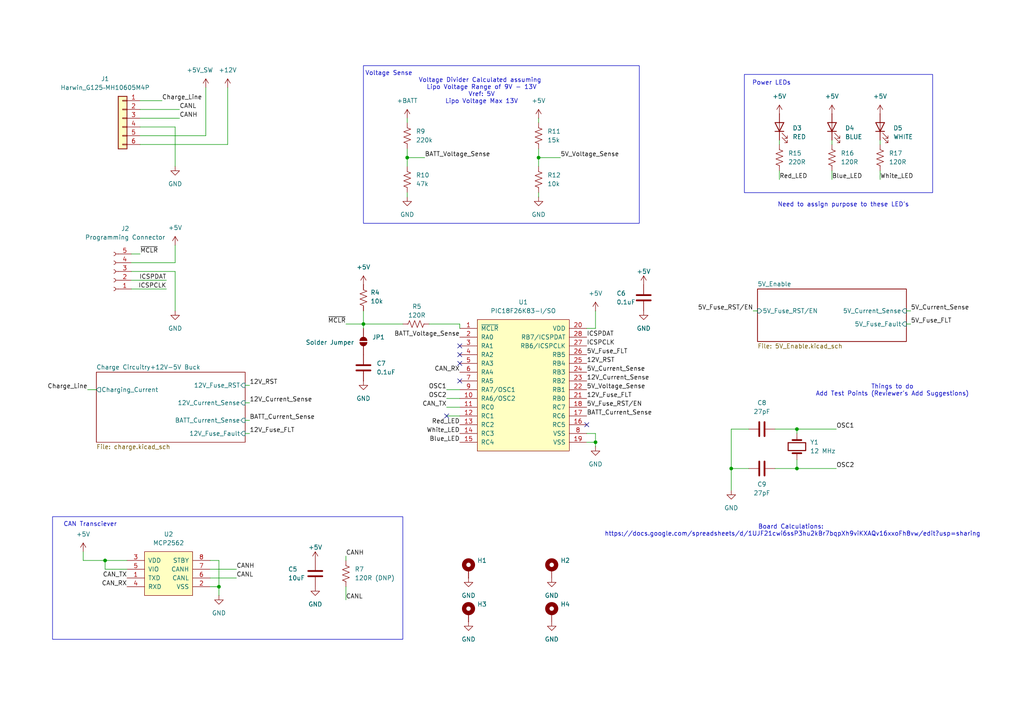
<source format=kicad_sch>
(kicad_sch (version 20231120) (generator "eeschema") (generator_version "8.0")
  (paper "A4")
  (title_block (title "Rocket Power Board") (date "2024-11-25") (rev "1") (company "Waterloo Rocketry") (comment 1 "Pranav Mahabal"))
  (lib_symbols
    (symbol "Connector:Conn_01x05_Socket" (pin_names (offset 1.016) hide)
      (property "Reference" "J" (at 0 7.62 0))
      (property "Value" "Conn_01x05_Socket" (at 0 -7.62 0))
      (symbol "Conn_01x05_Socket_1_1"
        (arc (start 0 -4.572) (mid -0.5058 -5.08) (end 0 -5.588) (stroke (width 0.1524)))
        (arc (start 0 -2.032) (mid -0.5058 -2.54) (end 0 -3.048) (stroke (width 0.1524)))
        (polyline (pts (xy -1.27 -5.08) (xy -0.508 -5.08)) (stroke (width 0.1524)))
        (polyline (pts (xy -1.27 -2.54) (xy -0.508 -2.54)) (stroke (width 0.1524)))
        (polyline (pts (xy -1.27 0) (xy -0.508 0)) (stroke (width 0.1524)))
        (polyline (pts (xy -1.27 2.54) (xy -0.508 2.54)) (stroke (width 0.1524)))
        (polyline (pts (xy -1.27 5.08) (xy -0.508 5.08)) (stroke (width 0.1524)))
        (arc (start 0 0.508) (mid -0.5058 0) (end 0 -0.508) (stroke (width 0.1524)))
        (arc (start 0 3.048) (mid -0.5058 2.54) (end 0 2.032) (stroke (width 0.1524)))
        (arc (start 0 5.588) (mid -0.5058 5.08) (end 0 4.572) (stroke (width 0.1524)))
        (pin passive line (at -5.08 5.08 0) (length 3.81) (name "Pin_1") (number "1"))
        (pin passive line (at -5.08 2.54 0) (length 3.81) (name "Pin_2") (number "2"))
        (pin passive line (at -5.08 0 0) (length 3.81) (name "Pin_3") (number "3"))
        (pin passive line (at -5.08 -2.54 0) (length 3.81) (name "Pin_4") (number "4"))
        (pin passive line (at -5.08 -5.08 0) (length 3.81) (name "Pin_5") (number "5"))
      )
    )
    (symbol "Connector_Generic:Conn_01x06" (pin_names (offset 1.016) hide)
      (property "Reference" "J" (at 0 7.62 0))
      (property "Value" "Conn_01x06" (at 0 -10.16 0))
      (symbol "Conn_01x06_1_1"
        (rectangle (start -1.27 -7.493) (end 0 -7.747) (stroke (width 0.1524)))
        (rectangle (start -1.27 -4.953) (end 0 -5.207) (stroke (width 0.1524)))
        (rectangle (start -1.27 -2.413) (end 0 -2.667) (stroke (width 0.1524)))
        (rectangle (start -1.27 0.127) (end 0 -0.127) (stroke (width 0.1524)))
        (rectangle (start -1.27 2.667) (end 0 2.413) (stroke (width 0.1524)))
        (rectangle (start -1.27 5.207) (end 0 4.953) (stroke (width 0.1524)))
        (rectangle (start -1.27 6.35) (end 1.27 -8.89) (stroke (width 0.254)) (fill (type background)))
        (pin passive line (at -5.08 5.08 0) (length 3.81) (name "Pin_1") (number "1"))
        (pin passive line (at -5.08 2.54 0) (length 3.81) (name "Pin_2") (number "2"))
        (pin passive line (at -5.08 0 0) (length 3.81) (name "Pin_3") (number "3"))
        (pin passive line (at -5.08 -2.54 0) (length 3.81) (name "Pin_4") (number "4"))
        (pin passive line (at -5.08 -5.08 0) (length 3.81) (name "Pin_5") (number "5"))
        (pin passive line (at -5.08 -7.62 0) (length 3.81) (name "Pin_6") (number "6"))
      )
    )
    (symbol "Device:C" (pin_numbers hide) (pin_names (offset 0.254))
      (property "Reference" "C" (at 0.635 2.54 0))
      (property "Value" "C" (at 0.635 -2.54 0))
      (symbol "C_0_1"
        (polyline (pts (xy -2.032 -0.762) (xy 2.032 -0.762)) (stroke (width 0.508)))
        (polyline (pts (xy -2.032 0.762) (xy 2.032 0.762)) (stroke (width 0.508)))
      )
      (symbol "C_1_1"
        (pin passive line (at 0 3.81 270) (length 2.794) (name "~") (number "1"))
        (pin passive line (at 0 -3.81 90) (length 2.794) (name "~") (number "2"))
      )
    )
    (symbol "Device:Crystal" (pin_numbers hide) (pin_names (offset 1.016) hide)
      (property "Reference" "Y" (at 0 3.81 0))
      (property "Value" "Crystal" (at 0 -3.81 0))
      (symbol "Crystal_0_1"
        (rectangle (start -1.143 2.54) (end 1.143 -2.54) (stroke (width 0.3048)))
        (polyline (pts (xy -2.54 0) (xy -1.905 0)))
        (polyline (pts (xy -1.905 -1.27) (xy -1.905 1.27)) (stroke (width 0.508)))
        (polyline (pts (xy 1.905 -1.27) (xy 1.905 1.27)) (stroke (width 0.508)))
        (polyline (pts (xy 2.54 0) (xy 1.905 0)))
      )
      (symbol "Crystal_1_1"
        (pin passive line (at -3.81 0 0) (length 1.27) (name "1") (number "1"))
        (pin passive line (at 3.81 0 180) (length 1.27) (name "2") (number "2"))
      )
    )
    (symbol "Device:LED" (pin_numbers hide) (pin_names (offset 1.016) hide)
      (property "Reference" "D" (at 0 2.54 0))
      (property "Value" "LED" (at 0 -2.54 0))
      (symbol "LED_0_1"
        (polyline (pts (xy -1.27 -1.27) (xy -1.27 1.27)) (stroke (width 0.254)))
        (polyline (pts (xy -1.27 0) (xy 1.27 0)))
        (polyline (pts (xy 1.27 -1.27) (xy 1.27 1.27) (xy -1.27 0) (xy 1.27 -1.27)) (stroke (width 0.254)))
        (polyline (pts (xy -3.048 -0.762) (xy -4.572 -2.286) (xy -3.81 -2.286) (xy -4.572 -2.286) (xy -4.572 -1.524)))
        (polyline (pts (xy -1.778 -0.762) (xy -3.302 -2.286) (xy -2.54 -2.286) (xy -3.302 -2.286) (xy -3.302 -1.524)))
      )
      (symbol "LED_1_1"
        (pin passive line (at -3.81 0 0) (length 2.54) (name "K") (number "1"))
        (pin passive line (at 3.81 0 180) (length 2.54) (name "A") (number "2"))
      )
    )
    (symbol "Device:R_US" (pin_numbers hide) (pin_names (offset 0))
      (property "Reference" "R" (at 2.54 0 90))
      (property "Value" "R_US" (at -2.54 0 90))
      (symbol "R_US_0_1"
        (polyline (pts (xy 0 -2.286) (xy 0 -2.54)))
        (polyline (pts (xy 0 2.286) (xy 0 2.54)))
        (polyline (pts (xy 0 -0.762) (xy 1.016 -1.143) (xy 0 -1.524) (xy -1.016 -1.905) (xy 0 -2.286)))
        (polyline (pts (xy 0 0.762) (xy 1.016 0.381) (xy 0 0) (xy -1.016 -0.381) (xy 0 -0.762)))
        (polyline (pts (xy 0 2.286) (xy 1.016 1.905) (xy 0 1.524) (xy -1.016 1.143) (xy 0 0.762)))
      )
      (symbol "R_US_1_1"
        (pin passive line (at 0 3.81 270) (length 1.27) (name "~") (number "1"))
        (pin passive line (at 0 -3.81 90) (length 1.27) (name "~") (number "2"))
      )
    )
    (symbol "Jumper:SolderJumper_2_Open" (pin_numbers hide) (pin_names (offset 0) hide) (exclude_from_sim yes) (in_bom no)
      (property "Reference" "JP" (at 0 2.032 0))
      (property "Value" "SolderJumper_2_Open" (at 0 -2.54 0))
      (symbol "SolderJumper_2_Open_0_1"
        (arc (start -0.254 1.016) (mid -1.2656 0) (end -0.254 -1.016))
        (arc (start -0.254 1.016) (mid -1.2656 0) (end -0.254 -1.016) (fill (type outline)))
        (polyline (pts (xy -0.254 1.016) (xy -0.254 -1.016)))
        (polyline (pts (xy 0.254 1.016) (xy 0.254 -1.016)))
        (arc (start 0.254 -1.016) (mid 1.2656 0) (end 0.254 1.016))
        (arc (start 0.254 -1.016) (mid 1.2656 0) (end 0.254 1.016) (fill (type outline)))
      )
      (symbol "SolderJumper_2_Open_1_1"
        (pin passive line (at -3.81 0 0) (length 2.54) (name "A") (number "1"))
        (pin passive line (at 3.81 0 180) (length 2.54) (name "B") (number "2"))
      )
    )
    (symbol "Mechanical:MountingHole_Pad" (pin_numbers hide) (pin_names (offset 1.016) hide) (exclude_from_sim yes) (in_bom no)
      (property "Reference" "H" (at 0 6.35 0))
      (property "Value" "MountingHole_Pad" (at 0 4.445 0))
      (symbol "MountingHole_Pad_0_1"
        (circle (center 0 1.27) (radius 1.27) (stroke (width 1.27)))
      )
      (symbol "MountingHole_Pad_1_1"
        (pin input line (at 0 -2.54 90) (length 2.54) (name "1") (number "1"))
      )
    )
    (symbol "canhw:MCP2562" (pin_names (offset 1.016))
      (property "Reference" "U" (at 5.08 3.81 0))
      (property "Value" "MCP2562" (at -3.81 3.81 0))
      (symbol "MCP2562_0_1"
        (rectangle (start -7.62 2.54) (end 6.35 -10.16) (fill (type background)))
      )
      (symbol "MCP2562_1_1"
        (pin bidirectional line (at -12.7 -5.08 0) (length 5.08) (name "TXD") (number "1"))
        (pin power_in line (at 11.43 -7.62 180) (length 5.08) (name "VSS") (number "2"))
        (pin power_in line (at -12.7 0 0) (length 5.08) (name "VDD") (number "3"))
        (pin bidirectional line (at -12.7 -7.62 0) (length 5.08) (name "RXD") (number "4"))
        (pin bidirectional line (at -12.7 -2.54 0) (length 5.08) (name "VIO") (number "5"))
        (pin bidirectional line (at 11.43 -5.08 180) (length 5.08) (name "CANL") (number "6"))
        (pin bidirectional line (at 11.43 -2.54 180) (length 5.08) (name "CANH") (number "7"))
        (pin bidirectional line (at 11.43 0 180) (length 5.08) (name "STBY") (number "8"))
      )
    )
    (symbol "canhw:PIC18F26K83" (pin_names (offset 1.016))
      (property "Reference" "U" (at 11.43 20.32 0))
      (property "Value" "PIC18F26K83" (at -7.62 20.32 0))
      (symbol "PIC18F26K83_0_1"
        (rectangle (start -13.97 19.05) (end 12.7 -19.05) (fill (type background)))
      )
      (symbol "PIC18F26K83_1_1"
        (pin input line (at -19.05 16.51 0) (length 5.08) (name "~{MCLR}") (number "1"))
        (pin bidirectional line (at -19.05 -3.81 0) (length 5.08) (name "RA6/OSC2") (number "10"))
        (pin bidirectional line (at -19.05 -6.35 0) (length 5.08) (name "RC0") (number "11"))
        (pin bidirectional line (at -19.05 -8.89 0) (length 5.08) (name "RC1") (number "12"))
        (pin bidirectional line (at -19.05 -11.43 0) (length 5.08) (name "RC2") (number "13"))
        (pin bidirectional line (at -19.05 -13.97 0) (length 5.08) (name "RC3") (number "14"))
        (pin bidirectional line (at -19.05 -16.51 0) (length 5.08) (name "RC4") (number "15"))
        (pin bidirectional line (at 17.78 -11.43 180) (length 5.08) (name "RC5") (number "16"))
        (pin bidirectional line (at 17.78 -8.89 180) (length 5.08) (name "RC6") (number "17"))
        (pin bidirectional line (at 17.78 -6.35 180) (length 5.08) (name "RC7") (number "18"))
        (pin power_in line (at 17.78 -16.51 180) (length 5.08) (name "VSS") (number "19"))
        (pin bidirectional line (at -19.05 13.97 0) (length 5.08) (name "RA0") (number "2"))
        (pin power_in line (at 17.78 16.51 180) (length 5.08) (name "VDD") (number "20"))
        (pin bidirectional line (at 17.78 -3.81 180) (length 5.08) (name "RB0") (number "21"))
        (pin bidirectional line (at 17.78 -1.27 180) (length 5.08) (name "RB1") (number "22"))
        (pin bidirectional line (at 17.78 1.27 180) (length 5.08) (name "RB2") (number "23"))
        (pin bidirectional line (at 17.78 3.81 180) (length 5.08) (name "RB3") (number "24"))
        (pin bidirectional line (at 17.78 6.35 180) (length 5.08) (name "RB4") (number "25"))
        (pin bidirectional line (at 17.78 8.89 180) (length 5.08) (name "RB5") (number "26"))
        (pin bidirectional line (at 17.78 11.43 180) (length 5.08) (name "RB6/ICSPCLK") (number "27"))
        (pin bidirectional line (at 17.78 13.97 180) (length 5.08) (name "RB7/ICSPDAT") (number "28"))
        (pin bidirectional line (at -19.05 11.43 0) (length 5.08) (name "RA1") (number "3"))
        (pin bidirectional line (at -19.05 8.89 0) (length 5.08) (name "RA2") (number "4"))
        (pin bidirectional line (at -19.05 6.35 0) (length 5.08) (name "RA3") (number "5"))
        (pin bidirectional line (at -19.05 3.81 0) (length 5.08) (name "RA4") (number "6"))
        (pin bidirectional line (at -19.05 1.27 0) (length 5.08) (name "RA5") (number "7"))
        (pin power_in line (at 17.78 -13.97 180) (length 5.08) (name "VSS") (number "8"))
        (pin bidirectional line (at -19.05 -1.27 0) (length 5.08) (name "RA7/OSC1") (number "9"))
      )
    )
    (symbol "power:+12V" (power) (pin_numbers hide) (pin_names (offset 0) hide)
      (property "Value" "+12V" (at 0 3.556 0))
      (symbol "+12V_0_1"
        (polyline (pts (xy -0.762 1.27) (xy 0 2.54)))
        (polyline (pts (xy 0 0) (xy 0 2.54)))
        (polyline (pts (xy 0 2.54) (xy 0.762 1.27)))
      )
      (symbol "+12V_1_1"
        (pin power_in line (at 0 0 90) (length 0) (name "~") (number "1"))
      )
    )
    (symbol "power:+5V" (power) (pin_numbers hide) (pin_names (offset 0) hide)
      (property "Value" "+5V" (at 0 3.556 0))
      (symbol "+5V_0_1"
        (polyline (pts (xy -0.762 1.27) (xy 0 2.54)))
        (polyline (pts (xy 0 0) (xy 0 2.54)))
        (polyline (pts (xy 0 2.54) (xy 0.762 1.27)))
      )
      (symbol "+5V_1_1"
        (pin power_in line (at 0 0 90) (length 0) (name "~") (number "1"))
      )
    )
    (symbol "power:+BATT" (power) (pin_numbers hide) (pin_names (offset 0) hide)
      (property "Value" "+BATT" (at 0 3.556 0))
      (symbol "+BATT_0_1"
        (polyline (pts (xy -0.762 1.27) (xy 0 2.54)))
        (polyline (pts (xy 0 0) (xy 0 2.54)))
        (polyline (pts (xy 0 2.54) (xy 0.762 1.27)))
      )
      (symbol "+BATT_1_1"
        (pin power_in line (at 0 0 90) (length 0) (name "~") (number "1"))
      )
    )
    (symbol "power:GND" (power) (pin_numbers hide) (pin_names (offset 0) hide)
      (property "Value" "GND" (at 0 -3.81 0))
      (symbol "GND_0_1"
        (polyline (pts (xy 0 0) (xy 0 -1.27) (xy 1.27 -1.27) (xy 0 -2.54) (xy -1.27 -1.27) (xy 0 -1.27)))
      )
      (symbol "GND_1_1"
        (pin power_in line (at 0 0 270) (length 0) (name "~") (number "1"))
      )
    )
  )
  (junction (at 231.14 124.46))
  (junction (at 172.72 128.27))
  (junction (at 118.11 45.72))
  (junction (at 63.5 170.18))
  (junction (at 105.41 93.98))
  (junction (at 231.14 135.89))
  (junction (at 30.48 162.56))
  (junction (at 212.09 135.89))
  (junction (at 156.21 45.72))
  (no_connect (at 133.35 110.49))
  (no_connect (at 133.35 100.33))
  (no_connect (at 170.18 123.19))
  (no_connect (at 133.35 105.41))
  (no_connect (at 129.54 120.65))
  (no_connect (at 133.35 102.87))
  (wire (pts (xy 231.14 124.46) (xy 231.14 125.73)))
  (wire (pts (xy 63.5 170.18) (xy 60.96 170.18)))
  (wire (pts (xy 100.33 93.98) (xy 105.41 93.98)))
  (wire (pts (xy 231.14 135.89) (xy 224.79 135.89)))
  (wire (pts (xy 60.96 165.1) (xy 68.58 165.1)))
  (wire (pts (xy 124.46 93.98) (xy 133.35 93.98)))
  (wire (pts (xy 71.12 116.84) (xy 72.39 116.84)))
  (wire (pts (xy 129.54 118.11) (xy 133.35 118.11)))
  (wire (pts (xy 38.1 73.66) (xy 40.64 73.66)))
  (wire (pts (xy 63.5 162.56) (xy 63.5 170.18)))
  (wire (pts (xy 156.21 34.29) (xy 156.21 35.56)))
  (wire (pts (xy 71.12 111.76) (xy 72.39 111.76)))
  (wire (pts (xy 129.54 115.57) (xy 133.35 115.57)))
  (wire (pts (xy 255.27 49.53) (xy 255.27 52.07)))
  (wire (pts (xy 241.3 49.53) (xy 241.3 52.07)))
  (wire (pts (xy 105.41 93.98) (xy 116.84 93.98)))
  (wire (pts (xy 118.11 43.18) (xy 118.11 45.72)))
  (wire (pts (xy 156.21 43.18) (xy 156.21 45.72)))
  (wire (pts (xy 60.96 162.56) (xy 63.5 162.56)))
  (wire (pts (xy 231.14 124.46) (xy 242.57 124.46)))
  (wire (pts (xy 40.64 29.21) (xy 46.99 29.21)))
  (wire (pts (xy 217.17 124.46) (xy 212.09 124.46)))
  (wire (pts (xy 172.72 90.17) (xy 172.72 95.25)))
  (wire (pts (xy 129.54 113.03) (xy 133.35 113.03)))
  (wire (pts (xy 38.1 76.2) (xy 50.8 76.2)))
  (wire (pts (xy 100.33 161.29) (xy 100.33 162.56)))
  (wire (pts (xy 24.13 160.02) (xy 24.13 162.56)))
  (wire (pts (xy 38.1 81.28) (xy 48.26 81.28)))
  (wire (pts (xy 40.64 39.37) (xy 59.69 39.37)))
  (wire (pts (xy 60.96 167.64) (xy 68.58 167.64)))
  (wire (pts (xy 71.12 121.92) (xy 72.39 121.92)))
  (wire (pts (xy 59.69 39.37) (xy 59.69 25.4)))
  (wire (pts (xy 30.48 165.1) (xy 36.83 165.1)))
  (wire (pts (xy 156.21 45.72) (xy 156.21 48.26)))
  (wire (pts (xy 170.18 125.73) (xy 172.72 125.73)))
  (wire (pts (xy 172.72 128.27) (xy 170.18 128.27)))
  (wire (pts (xy 40.64 34.29) (xy 52.07 34.29)))
  (wire (pts (xy 30.48 162.56) (xy 30.48 165.1)))
  (wire (pts (xy 71.12 125.73) (xy 72.39 125.73)))
  (wire (pts (xy 172.72 125.73) (xy 172.72 128.27)))
  (wire (pts (xy 255.27 40.64) (xy 255.27 41.91)))
  (wire (pts (xy 105.41 93.98) (xy 105.41 95.25)))
  (wire (pts (xy 156.21 55.88) (xy 156.21 57.15)))
  (wire (pts (xy 224.79 124.46) (xy 231.14 124.46)))
  (wire (pts (xy 231.14 133.35) (xy 231.14 135.89)))
  (wire (pts (xy 25.4 113.03) (xy 27.94 113.03)))
  (wire (pts (xy 156.21 45.72) (xy 162.56 45.72)))
  (wire (pts (xy 50.8 71.12) (xy 50.8 76.2)))
  (wire (pts (xy 231.14 135.89) (xy 242.57 135.89)))
  (wire (pts (xy 118.11 45.72) (xy 118.11 48.26)))
  (wire (pts (xy 100.33 170.18) (xy 100.33 173.99)))
  (wire (pts (xy 40.64 36.83) (xy 50.8 36.83)))
  (wire (pts (xy 262.89 93.98) (xy 264.16 93.98)))
  (wire (pts (xy 172.72 128.27) (xy 172.72 129.54)))
  (wire (pts (xy 241.3 40.64) (xy 241.3 41.91)))
  (wire (pts (xy 50.8 78.74) (xy 50.8 90.17)))
  (wire (pts (xy 118.11 34.29) (xy 118.11 35.56)))
  (wire (pts (xy 212.09 135.89) (xy 217.17 135.89)))
  (wire (pts (xy 38.1 78.74) (xy 50.8 78.74)))
  (wire (pts (xy 24.13 162.56) (xy 30.48 162.56)))
  (wire (pts (xy 212.09 124.46) (xy 212.09 135.89)))
  (wire (pts (xy 218.44 90.17) (xy 219.71 90.17)))
  (wire (pts (xy 105.41 90.17) (xy 105.41 93.98)))
  (wire (pts (xy 133.35 93.98) (xy 133.35 95.25)))
  (wire (pts (xy 63.5 172.72) (xy 63.5 170.18)))
  (wire (pts (xy 262.89 90.17) (xy 264.16 90.17)))
  (wire (pts (xy 38.1 83.82) (xy 48.26 83.82)))
  (wire (pts (xy 226.06 49.53) (xy 226.06 52.07)))
  (wire (pts (xy 50.8 36.83) (xy 50.8 48.26)))
  (wire (pts (xy 212.09 135.89) (xy 212.09 142.24)))
  (wire (pts (xy 170.18 95.25) (xy 172.72 95.25)))
  (wire (pts (xy 40.64 31.75) (xy 52.07 31.75)))
  (wire (pts (xy 226.06 40.64) (xy 226.06 41.91)))
  (wire (pts (xy 118.11 55.88) (xy 118.11 57.15)))
  (wire (pts (xy 66.04 25.4) (xy 66.04 41.91)))
  (wire (pts (xy 40.64 41.91) (xy 66.04 41.91)))
  (wire (pts (xy 30.48 162.56) (xy 36.83 162.56)))
  (wire (pts (xy 118.11 45.72) (xy 123.19 45.72)))
  (wire (pts (xy 129.54 120.65) (xy 133.35 120.65)))
  (rectangle (start 215.9 21.59) (end 270.51 55.88))
  (rectangle (start 105.41 19.05) (end 185.42 64.77))
  (rectangle (start 15.24 149.86) (end 116.84 185.42))
  (text "Things to do\nAdd Test Points (Reviewer's Add Suggestions)" (at 258.826 113.284 0) (effects (font (size 1.27 1.27))))
  (text "Voltage Divider Calculated assuming \nLipo Voltage Range of 9V - 13V\nVref: 5V\nLipo Voltage Max 13V\n" (at 139.7 26.416 0) (effects (font (size 1.27 1.27))))
  (text "CAN Transciever\n" (at 26.162 152.146 0) (effects (font (size 1.27 1.27))))
  (text "Board Calculations: \nhttps://docs.google.com/spreadsheets/d/1UJF21cwi6ssP3hu2kBr7bqpXh9viKXAQv16xxoFh8vw/edit?usp=sharing" (at 229.87 153.924 0) (effects (font (size 1.27 1.27))))
  (text "Need to assign purpose to these LED's" (at 244.602 59.436 0) (effects (font (size 1.27 1.27))))
  (text "Power LEDs" (at 223.774 24.13 0) (effects (font (size 1.27 1.27))))
  (text "Voltage Sense" (at 112.776 21.336 0) (effects (font (size 1.27 1.27))))
  (label "12V_Fuse_FLT" (at 170.18 115.57 0))
  (label "BATT_Voltage_Sense" (at 123.19 45.72 0))
  (label "12V_RST" (at 170.18 105.41 0))
  (label "CANL" (at 100.33 173.99 0))
  (label "Charge_Line" (at 25.4 113.03 180))
  (label "CANH" (at 52.07 34.29 0))
  (label "ICSPCLK" (at 48.26 83.82 180))
  (label "White_LED" (at 133.35 125.73 180))
  (label "5V_Current_Sense" (at 170.18 107.95 0))
  (label "5V_Current_Sense" (at 264.16 90.17 0))
  (label "OSC2" (at 129.54 115.57 180))
  (label "OSC1" (at 129.54 113.03 180))
  (label "Blue_LED" (at 133.35 128.27 180))
  (label "~{MCLR}" (at 40.64 73.66 0))
  (label "12V_Current_Sense" (at 170.18 110.49 0))
  (label "CAN_TX" (at 36.83 167.64 180))
  (label "CANH" (at 100.33 161.29 0))
  (label "OSC1" (at 242.57 124.46 0))
  (label "12V_Current_Sense" (at 72.39 116.84 0))
  (label "ICSPDAT" (at 170.18 97.79 0))
  (label "BATT_Current_Sense" (at 72.39 121.92 0))
  (label "BATT_Current_Sense" (at 170.18 120.65 0))
  (label "5V_Fuse_FLT" (at 170.18 102.87 0))
  (label "5V_Fuse_RST{slash}EN" (at 170.18 118.11 0))
  (label "CAN_RX" (at 133.35 107.95 180))
  (label "Red_LED" (at 133.35 123.19 180))
  (label "~{MCLR}" (at 100.33 93.98 180))
  (label "5V_Voltage_Sense" (at 162.56 45.72 0))
  (label "White_LED" (at 255.27 52.07 0))
  (label "12V_Fuse_FLT" (at 72.39 125.73 0))
  (label "12V_RST" (at 72.39 111.76 0))
  (label "5V_Voltage_Sense" (at 170.18 113.03 0))
  (label "ICSPCLK" (at 170.18 100.33 0))
  (label "CAN_RX" (at 36.83 170.18 180))
  (label "CANL" (at 68.58 167.64 0))
  (label "CANL" (at 52.07 31.75 0))
  (label "OSC2" (at 242.57 135.89 0))
  (label "Red_LED" (at 226.06 52.07 0))
  (label "CANH" (at 68.58 165.1 0))
  (label "BATT_Voltage_Sense" (at 133.35 97.79 180))
  (label "5V_Fuse_RST{slash}EN" (at 218.44 90.17 180))
  (label "Blue_LED" (at 241.3 52.07 0))
  (label "CAN_TX" (at 129.54 118.11 180))
  (label "Charge_Line" (at 46.99 29.21 0))
  (label "5V_Fuse_FLT" (at 264.16 93.98 0))
  (label "ICSPDAT" (at 48.26 81.28 180))
  (symbol (lib_id "power:GND") (at 135.89 167.64 0) (unit 1)
    (property "Reference" "#PWR046" (effects (hide yes)))
    (property "Value" "GND" (at 135.89 172.72 0))
    (property "Description" "Power symbol creates a global label with name \"GND\" , ground" (effects (hide yes)))
  )
  (symbol (lib_id "power:+5V") (at 172.72 90.17 0) (unit 1)
    (property "Reference" "#PWR010" (effects (hide yes)))
    (property "Value" "+5V" (at 172.72 85.09 0))
    (property "Description" "Power symbol creates a global label with name \"+5V\"" (effects (hide yes)))
  )
  (symbol (lib_id "power:GND") (at 91.44 170.18 0) (unit 1)
    (property "Reference" "#PWR09" (effects (hide yes)))
    (property "Value" "GND" (at 91.44 175.26 0))
  )
  (symbol (lib_id "Mechanical:MountingHole_Pad") (at 160.02 177.8 0) (unit 1) (exclude_from_sim yes) (in_bom no)
    (property "Reference" "H4" (at 162.56 175.2599 0) (effects (justify left)))
    (property "Value" "MountingHole_Pad" (effects (hide yes)))
    (property "Footprint" "MountingHole:MountingHole_3.2mm_M3_Pad" (effects (hide yes)))
    (property "Description" "Mounting Hole with connection" (effects (hide yes)))
  )
  (symbol (lib_id "Device:R_US") (at 241.3 45.72 0) (unit 1)
    (property "Reference" "R16" (at 243.84 44.4499 0) (effects (justify left)))
    (property "Value" "120R" (at 243.84 46.9899 0) (effects (justify left)))
    (property "Footprint" "Resistor_SMD:R_0805_2012Metric_Pad1.20x1.40mm_HandSolder" (effects (hide yes)))
    (property "Description" "Resistor, US symbol" (effects (hide yes)))
  )
  (symbol (lib_id "power:GND") (at 186.69 90.17 0) (unit 1)
    (property "Reference" "#PWR013" (effects (hide yes)))
    (property "Value" "GND" (at 186.69 95.25 0))
  )
  (symbol (lib_id "Device:R_US") (at 226.06 45.72 0) (unit 1)
    (property "Reference" "R15" (at 228.6 44.4499 0) (effects (justify left)))
    (property "Value" "220R" (at 228.6 46.9899 0) (effects (justify left)))
    (property "Footprint" "Resistor_SMD:R_0805_2012Metric_Pad1.20x1.40mm_HandSolder" (effects (hide yes)))
    (property "Description" "Resistor, US symbol" (effects (hide yes)))
  )
  (symbol (lib_id "power:GND") (at 50.8 48.26 0) (unit 1)
    (property "Reference" "#PWR016" (effects (hide yes)))
    (property "Value" "GND" (at 50.8 53.34 0))
    (property "Description" "Power symbol creates a global label with name \"GND\" , ground" (effects (hide yes)))
  )
  (symbol (lib_id "Device:C") (at 91.44 166.37 0) (unit 1)
    (property "Reference" "C5" (at 83.566 165.1 0) (effects (justify left)))
    (property "Value" "10uF" (at 83.566 167.64 0) (effects (justify left)))
    (property "Footprint" "Capacitor_SMD:C_0805_2012Metric_Pad1.18x1.45mm_HandSolder" (effects (hide yes)))
  )
  (symbol (lib_id "Device:LED") (at 241.3 36.83 90) (unit 1)
    (property "Reference" "D4" (at 245.11 37.1474 90) (effects (justify right)))
    (property "Value" "BLUE" (at 245.11 39.6874 90) (effects (justify right)))
    (property "Footprint" "LED_SMD:LED_1206_3216Metric_Pad1.42x1.75mm_HandSolder" (effects (hide yes)))
    (property "Description" "Light emitting diode" (effects (hide yes)))
  )
  (symbol (lib_id "Jumper:SolderJumper_2_Open") (at 105.41 99.06 90) (unit 1) (exclude_from_sim yes) (in_bom no)
    (property "Reference" "JP1" (at 107.95 97.7899 90) (effects (justify right)))
    (property "Value" "Solder Jumper" (at 88.646 99.314 90) (effects (justify right)))
    (property "Footprint" "Jumper:SolderJumper-2_P1.3mm_Open_Pad1.0x1.5mm" (effects (hide yes)))
    (property "Description" "Solder Jumper, 2-pole, open" (effects (hide yes)))
  )
  (symbol (lib_id "power:GND") (at 135.89 180.34 0) (unit 1)
    (property "Reference" "#PWR052" (effects (hide yes)))
    (property "Value" "GND" (at 135.89 185.42 0))
    (property "Description" "Power symbol creates a global label with name \"GND\" , ground" (effects (hide yes)))
  )
  (symbol (lib_id "power:+BATT") (at 118.11 34.29 0) (unit 1)
    (property "Reference" "#PWR039" (effects (hide yes)))
    (property "Value" "+BATT" (at 118.11 29.21 0))
    (property "Description" "Power symbol creates a global label with name \"+BATT\"" (effects (hide yes)))
  )
  (symbol (lib_id "power:+5V") (at 24.13 160.02 0) (unit 1)
    (property "Reference" "#PWR06" (effects (hide yes)))
    (property "Value" "+5V" (at 24.13 154.94 0))
    (property "Description" "Power symbol creates a global label with name \"+5V\"" (effects (hide yes)))
  )
  (symbol (lib_id "Mechanical:MountingHole_Pad") (at 135.89 177.8 0) (unit 1) (exclude_from_sim yes) (in_bom no)
    (property "Reference" "H3" (at 138.43 175.2599 0) (effects (justify left)))
    (property "Value" "MountingHole_Pad" (effects (hide yes)))
    (property "Footprint" "MountingHole:MountingHole_3.2mm_M3_Pad" (effects (hide yes)))
    (property "Description" "Mounting Hole with connection" (effects (hide yes)))
  )
  (symbol (lib_id "power:+5V") (at 186.69 82.55 0) (unit 1)
    (property "Reference" "#PWR012" (effects (hide yes)))
    (property "Value" "+5V" (at 186.69 78.74 0))
  )
  (symbol (lib_id "Device:R_US") (at 105.41 86.36 0) (unit 1)
    (property "Reference" "R4" (at 107.442 84.836 0) (effects (justify left)))
    (property "Value" "10k" (at 107.442 87.376 0) (effects (justify left)))
    (property "Footprint" "Resistor_SMD:R_0805_2012Metric_Pad1.20x1.40mm_HandSolder" (effects (hide yes)))
    (property "Description" "Resistor, US symbol" (effects (hide yes)))
  )
  (symbol (lib_id "power:GND") (at 160.02 167.64 0) (unit 1)
    (property "Reference" "#PWR050" (effects (hide yes)))
    (property "Value" "GND" (at 160.02 172.72 0))
    (property "Description" "Power symbol creates a global label with name \"GND\" , ground" (effects (hide yes)))
  )
  (symbol (lib_id "Device:LED") (at 226.06 36.83 90) (unit 1)
    (property "Reference" "D3" (at 229.87 37.1474 90) (effects (justify right)))
    (property "Value" "RED" (at 229.87 39.6874 90) (effects (justify right)))
    (property "Footprint" "LED_SMD:LED_1206_3216Metric_Pad1.42x1.75mm_HandSolder" (effects (hide yes)))
    (property "Description" "Light emitting diode" (effects (hide yes)))
  )
  (symbol (lib_id "power:GND") (at 156.21 57.15 0) (unit 1)
    (property "Reference" "#PWR030" (effects (hide yes)))
    (property "Value" "GND" (at 156.21 62.23 0))
    (property "Description" "Power symbol creates a global label with name \"GND\" , ground" (effects (hide yes)))
  )
  (symbol (lib_id "canhw:MCP2562") (at 49.53 162.56 0) (unit 1)
    (property "Reference" "U2" (at 48.895 154.94 0))
    (property "Value" "MCP2562" (at 48.895 157.48 0))
    (property "Footprint" "Package_SO:SOIC-8_3.9x4.9mm_P1.27mm" (effects (hide yes)))
    (property "Datasheet" "https://ww1.microchip.com/downloads/aemDocuments/documents/OTH/ProductDocuments/DataSheets/20005167C.pdf" (effects (hide yes)))
  )
  (symbol (lib_id "Device:R_US") (at 156.21 39.37 0) (unit 1)
    (property "Reference" "R11" (at 158.75 38.0999 0) (effects (justify left)))
    (property "Value" "15k" (at 158.75 40.6399 0) (effects (justify left)))
    (property "Footprint" "Resistor_SMD:R_0805_2012Metric_Pad1.20x1.40mm_HandSolder" (effects (hide yes)))
    (property "Description" "Resistor, US symbol" (effects (hide yes)))
  )
  (symbol (lib_id "Mechanical:MountingHole_Pad") (at 160.02 165.1 0) (unit 1) (exclude_from_sim yes) (in_bom no)
    (property "Reference" "H2" (at 162.56 162.5599 0) (effects (justify left)))
    (property "Value" "MountingHole_Pad" (effects (hide yes)))
    (property "Footprint" "MountingHole:MountingHole_3.2mm_M3_Pad" (effects (hide yes)))
    (property "Description" "Mounting Hole with connection" (effects (hide yes)))
  )
  (symbol (lib_id "Device:LED") (at 255.27 36.83 90) (unit 1)
    (property "Reference" "D5" (at 259.08 37.1474 90) (effects (justify right)))
    (property "Value" "WHITE" (at 259.08 39.6874 90) (effects (justify right)))
    (property "Footprint" "LED_SMD:LED_1206_3216Metric_Pad1.42x1.75mm_HandSolder" (effects (hide yes)))
    (property "Description" "Light emitting diode" (effects (hide yes)))
  )
  (symbol (lib_id "power:+5V") (at 255.27 33.02 0) (unit 1)
    (property "Reference" "#PWR037" (effects (hide yes)))
    (property "Value" "+5V" (at 255.27 27.94 0))
    (property "Description" "Power symbol creates a global label with name \"+5V\"" (effects (hide yes)))
  )
  (symbol (lib_id "Device:R_US") (at 156.21 52.07 180) (unit 1)
    (property "Reference" "R12" (at 158.75 50.7999 0) (effects (justify right)))
    (property "Value" "10k" (at 158.75 53.3399 0) (effects (justify right)))
    (property "Footprint" "Resistor_SMD:R_0805_2012Metric_Pad1.20x1.40mm_HandSolder" (effects (hide yes)))
    (property "Description" "Resistor, US symbol" (effects (hide yes)))
  )
  (symbol (lib_id "power:+5V") (at 59.69 25.4 0) (unit 1)
    (property "Reference" "#PWR02" (effects (hide yes)))
    (property "Value" "+5V_SW" (at 54.102 20.32 0) (effects (justify left)))
    (property "Description" "Power symbol creates a global label with name \"+5V\"" (effects (hide yes)))
  )
  (symbol (lib_id "power:+5V") (at 156.21 34.29 0) (unit 1)
    (property "Reference" "#PWR031" (effects (hide yes)))
    (property "Value" "+5V" (at 156.21 29.21 0))
    (property "Description" "Power symbol creates a global label with name \"+5V\"" (effects (hide yes)))
  )
  (symbol (lib_id "Device:C") (at 220.98 135.89 90) (unit 1)
    (property "Reference" "C9" (at 220.98 140.462 90))
    (property "Value" "27pF" (at 220.98 143.002 90))
    (property "Footprint" "Capacitor_SMD:C_0805_2012Metric_Pad1.18x1.45mm_HandSolder" (effects (hide yes)))
    (property "Description" "Unpolarized capacitor" (effects (hide yes)))
  )
  (symbol (lib_id "power:GND") (at 172.72 129.54 0) (unit 1)
    (property "Reference" "#PWR011" (effects (hide yes)))
    (property "Value" "GND" (at 172.72 134.62 0))
    (property "Description" "Power symbol creates a global label with name \"GND\" , ground" (effects (hide yes)))
  )
  (symbol (lib_id "Device:R_US") (at 255.27 45.72 0) (unit 1)
    (property "Reference" "R17" (at 257.81 44.4499 0) (effects (justify left)))
    (property "Value" "120R" (at 257.81 46.9899 0) (effects (justify left)))
    (property "Footprint" "Resistor_SMD:R_0805_2012Metric_Pad1.20x1.40mm_HandSolder" (effects (hide yes)))
    (property "Description" "Resistor, US symbol" (effects (hide yes)))
  )
  (symbol (lib_id "power:GND") (at 63.5 172.72 0) (unit 1)
    (property "Reference" "#PWR07" (effects (hide yes)))
    (property "Value" "GND" (at 63.5 177.8 0))
    (property "Description" "Power symbol creates a global label with name \"GND\" , ground" (effects (hide yes)))
  )
  (symbol (lib_id "power:GND") (at 160.02 180.34 0) (unit 1)
    (property "Reference" "#PWR051" (effects (hide yes)))
    (property "Value" "GND" (at 160.02 185.42 0))
    (property "Description" "Power symbol creates a global label with name \"GND\" , ground" (effects (hide yes)))
  )
  (symbol (lib_id "power:+12V") (at 66.04 25.4 0) (unit 1)
    (property "Reference" "#PWR025" (effects (hide yes)))
    (property "Value" "+12V" (at 66.04 20.32 0))
    (property "Description" "Power symbol creates a global label with name \"+12V\"" (effects (hide yes)))
  )
  (symbol (lib_id "power:GND") (at 50.8 90.17 0) (unit 1)
    (property "Reference" "#PWR018" (effects (hide yes)))
    (property "Value" "GND" (at 50.8 95.25 0))
    (property "Description" "Power symbol creates a global label with name \"GND\" , ground" (effects (hide yes)))
  )
  (symbol (lib_id "power:+5V") (at 105.41 82.55 0) (unit 1)
    (property "Reference" "#PWR014" (effects (hide yes)))
    (property "Value" "+5V" (at 105.41 77.47 0))
    (property "Description" "Power symbol creates a global label with name \"+5V\"" (effects (hide yes)))
  )
  (symbol (lib_id "power:GND") (at 212.09 142.24 0) (unit 1)
    (property "Reference" "#PWR019" (effects (hide yes)))
    (property "Value" "GND" (at 212.09 147.32 0))
    (property "Description" "Power symbol creates a global label with name \"GND\" , ground" (effects (hide yes)))
  )
  (symbol (lib_id "Device:Crystal") (at 231.14 129.54 90) (unit 1)
    (property "Reference" "Y1" (at 234.95 128.2699 90) (effects (justify right)))
    (property "Value" "12 MHz" (at 234.95 130.8099 90) (effects (justify right)))
    (property "Footprint" "Crystal:Crystal_HC49-4H_Vertical" (effects (hide yes)))
    (property "Description" "Two pin crystal" (effects (hide yes)))
  )
  (symbol (lib_id "power:+5V") (at 91.44 162.56 0) (unit 1)
    (property "Reference" "#PWR08" (effects (hide yes)))
    (property "Value" "+5V" (at 91.44 158.75 0))
  )
  (symbol (lib_id "Device:R_US") (at 118.11 39.37 0) (unit 1)
    (property "Reference" "R9" (at 120.65 38.0999 0) (effects (justify left)))
    (property "Value" "220k" (at 120.65 40.6399 0) (effects (justify left)))
    (property "Footprint" "Resistor_SMD:R_0805_2012Metric_Pad1.20x1.40mm_HandSolder" (effects (hide yes)))
    (property "Description" "Resistor, US symbol" (effects (hide yes)))
  )
  (symbol (lib_id "Device:C") (at 186.69 86.36 0) (unit 1)
    (property "Reference" "C6" (at 178.816 85.09 0) (effects (justify left)))
    (property "Value" "0.1uF" (at 178.816 87.63 0) (effects (justify left)))
    (property "Footprint" "Capacitor_SMD:C_0805_2012Metric_Pad1.18x1.45mm_HandSolder" (effects (hide yes)))
    (property "Description" "10V-20V recommended by datasheet, with ESR of 200MHZ or higher" (effects (hide yes)))
  )
  (symbol (lib_id "power:GND") (at 105.41 110.49 0) (unit 1)
    (property "Reference" "#PWR015" (effects (hide yes)))
    (property "Value" "GND" (at 105.41 115.57 0))
    (property "Description" "Power symbol creates a global label with name \"GND\" , ground" (effects (hide yes)))
  )
  (symbol (lib_id "Device:C") (at 105.41 106.68 0) (unit 1)
    (property "Reference" "C7" (at 109.22 105.4099 0) (effects (justify left)))
    (property "Value" "0.1uF" (at 109.22 107.9499 0) (effects (justify left)))
    (property "Footprint" "Capacitor_SMD:C_0805_2012Metric_Pad1.18x1.45mm_HandSolder" (effects (hide yes)))
    (property "Description" "recommends 20V ceramic" (effects (hide yes)))
  )
  (symbol (lib_id "Connector_Generic:Conn_01x06") (at 35.56 34.29 0) (mirror y) (unit 1)
    (property "Reference" "J1" (at 30.48 22.86 0))
    (property "Value" "Harwin_G125–MH10605M4P" (at 30.48 25.4 0))
    (property "Footprint" "kicad-footprints:connector_Harwin_G125–MG10605M4P" (effects (hide yes)))
    (property "Datasheet" "~https://www.harwin.com/products/G125-MH10605M4R" (effects (hide yes)))
  )
  (symbol (lib_id "Device:R_US") (at 118.11 52.07 180) (unit 1)
    (property "Reference" "R10" (at 120.65 50.7999 0) (effects (justify right)))
    (property "Value" "47k" (at 120.65 53.3399 0) (effects (justify right)))
    (property "Footprint" "Resistor_SMD:R_0805_2012Metric_Pad1.20x1.40mm_HandSolder" (effects (hide yes)))
    (property "Description" "Resistor, US symbol" (effects (hide yes)))
  )
  (symbol (lib_id "Mechanical:MountingHole_Pad") (at 135.89 165.1 0) (unit 1) (exclude_from_sim yes) (in_bom no)
    (property "Reference" "H1" (at 138.43 162.5599 0) (effects (justify left)))
    (property "Value" "MountingHole_Pad" (effects (hide yes)))
    (property "Footprint" "MountingHole:MountingHole_3.2mm_M3_Pad" (effects (hide yes)))
    (property "Description" "Mounting Hole with connection" (effects (hide yes)))
  )
  (symbol (lib_id "power:+5V") (at 50.8 71.12 0) (unit 1)
    (property "Reference" "#PWR017" (effects (hide yes)))
    (property "Value" "+5V" (at 50.8 66.04 0))
    (property "Description" "Power symbol creates a global label with name \"+5V\"" (effects (hide yes)))
  )
  (symbol (lib_id "power:GND") (at 118.11 57.15 0) (unit 1)
    (property "Reference" "#PWR029" (effects (hide yes)))
    (property "Value" "GND" (at 118.11 62.23 0))
    (property "Description" "Power symbol creates a global label with name \"GND\" , ground" (effects (hide yes)))
  )
  (symbol (lib_id "power:+5V") (at 241.3 33.02 0) (unit 1)
    (property "Reference" "#PWR036" (effects (hide yes)))
    (property "Value" "+5V" (at 241.3 27.94 0))
    (property "Description" "Power symbol creates a global label with name \"+5V\"" (effects (hide yes)))
  )
  (symbol (lib_id "Device:C") (at 220.98 124.46 90) (unit 1)
    (property "Reference" "C8" (at 220.98 116.84 90))
    (property "Value" "27pF" (at 220.98 119.38 90))
    (property "Footprint" "Capacitor_SMD:C_0805_2012Metric_Pad1.18x1.45mm_HandSolder" (effects (hide yes)))
    (property "Description" "Unpolarized capacitor" (effects (hide yes)))
  )
  (symbol (lib_id "Device:R_US") (at 120.65 93.98 270) (unit 1)
    (property "Reference" "R5" (at 120.904 88.9 90))
    (property "Value" "120R" (at 120.904 91.44 90))
    (property "Footprint" "Resistor_SMD:R_0805_2012Metric_Pad1.20x1.40mm_HandSolder" (effects (hide yes)))
    (property "Description" "Resistor, US symbol" (effects (hide yes)))
  )
  (symbol (lib_id "Device:R_US") (at 100.33 166.37 0) (unit 1)
    (property "Reference" "R7" (at 102.87 165.0999 0) (effects (justify left)))
    (property "Value" "120R (DNP)" (at 102.87 167.6399 0) (effects (justify left)))
    (property "Footprint" "Resistor_SMD:R_0805_2012Metric_Pad1.20x1.40mm_HandSolder" (effects (hide yes)))
    (property "Description" "Resistor, US symbol" (effects (hide yes)))
  )
  (symbol (lib_id "power:+5V") (at 226.06 33.02 0) (unit 1)
    (property "Reference" "#PWR035" (effects (hide yes)))
    (property "Value" "+5V" (at 226.06 27.94 0))
    (property "Description" "Power symbol creates a global label with name \"+5V\"" (effects (hide yes)))
  )
  (symbol (lib_id "canhw:PIC18F26K83") (at 152.4 111.76 0) (unit 1)
    (property "Reference" "U1" (at 151.765 87.63 0))
    (property "Value" "PIC18F26K83-I/SO" (at 151.765 90.17 0))
    (property "Footprint" "Package_SO:SOIC-28W_7.5x18.7mm_P1.27mm" (effects (hide yes)))
    (property "Datasheet" "https://ww1.microchip.com/downloads/aemDocuments/documents/MCU08/ProductDocuments/DataSheets/PIC18%28L%29F2526K83-Data-Sheet-DS40001943C.pdf#G10.1044634" (effects (hide yes)))
  )
  (symbol (lib_id "Connector:Conn_01x05_Socket") (at 33.02 78.74 180) (unit 1)
    (property "Reference" "J2" (at 36.322 66.294 0))
    (property "Value" "Programming Connector" (at 36.322 68.834 0))
    (property "Footprint" "Tutorial_Footprints:PinHeader_5x2.54_SMD_90deg_952-3198-1-ND" (effects (hide yes)))
    (property "Description" "Generic connector, single row, 01x05, script generated" (effects (hide yes)))
  )
  (sheet (at 219.71 83.82) (size 43.18 15.24) (stroke (width 0.1524))
    (property "Sheetname" "5V_Enable" (at 219.71 83.1084 0) (effects (justify left bottom)))
    (property "Sheetfile" "5V_Enable.kicad_sch" (at 219.71 99.6446 0) (effects (justify left top)))
    (pin "5V_Current_Sense" input (at 262.89 90.17 0))
    (pin "5V_Fuse_RST{slash}EN" input (at 219.71 90.17 180))
    (pin "5V_Fuse_Fault" input (at 262.89 93.98 0))
  )
  (sheet (at 27.94 107.95) (size 43.18 20.32) (stroke (width 0.1524))
    (property "Sheetname" "Charge Circuitry+12V-5V Buck" (at 27.94 107.2384 0) (effects (justify left bottom)))
    (property "Sheetfile" "charge.kicad_sch" (at 27.94 128.8546 0) (effects (justify left top)))
    (pin "Charging_Current" output (at 27.94 113.03 180))
    (pin "12V_Current_Sense" input (at 71.12 116.84 0))
    (pin "BATT_Current_Sense" input (at 71.12 121.92 0))
    (pin "12V_Fuse_RST" input (at 71.12 111.76 0))
    (pin "12V_Fuse_Fault" input (at 71.12 125.73 0))
  )
)
</source>
